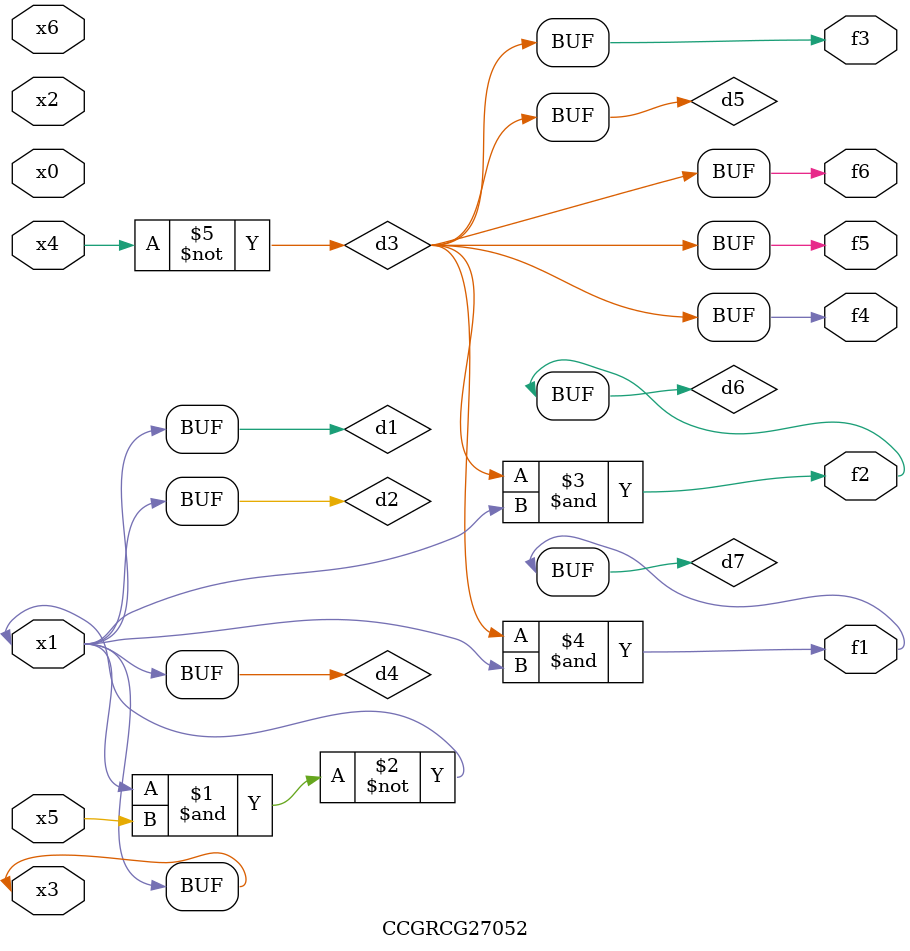
<source format=v>
module CCGRCG27052(
	input x0, x1, x2, x3, x4, x5, x6,
	output f1, f2, f3, f4, f5, f6
);

	wire d1, d2, d3, d4, d5, d6, d7;

	buf (d1, x1, x3);
	nand (d2, x1, x5);
	not (d3, x4);
	buf (d4, d1, d2);
	buf (d5, d3);
	and (d6, d3, d4);
	and (d7, d3, d4);
	assign f1 = d7;
	assign f2 = d6;
	assign f3 = d5;
	assign f4 = d5;
	assign f5 = d5;
	assign f6 = d5;
endmodule

</source>
